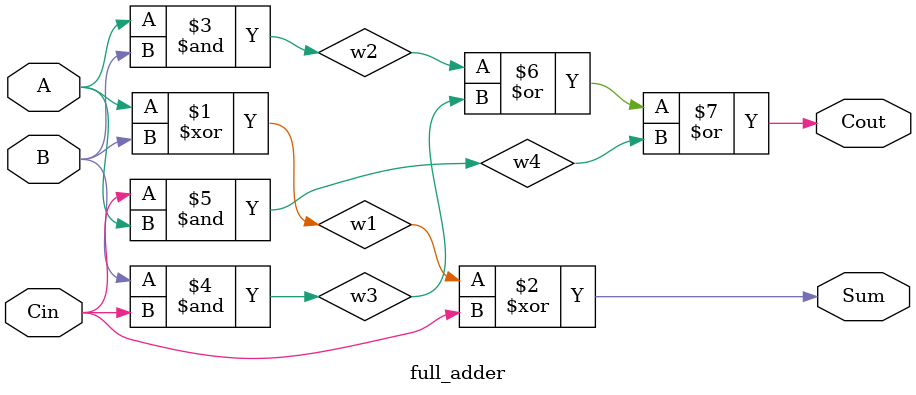
<source format=v>
/*--  *******************************************************
--  Computer Architecture Course, Laboratory Sources 
--  Amirkabir University of Technology (Tehran Polytechnic)
--  Department of Computer Engineering (CE-AUT)
--  https://ce[dot]aut[dot]ac[dot]ir
--  *******************************************************
--  All Rights reserved (C) 2019-2020
--  *******************************************************
--  Student ID  : 
--  Student Name: 
--  Student Mail: 
--  *******************************************************
--  Additional Comments:
--
--*/

/*-----------------------------------------------------------
---  Module Name: Full Adder Gate Level
---  Description: Lab 07 Part 1
-----------------------------------------------------------*/
`timescale 1 ns/1 ns

module full_adder (
	input A ,
	input B ,
	input Cin ,
	output Sum ,
	output Cout
);
 wire w1,w2,w3,w4;
 
  xor x1(w1,A,B);
  xor x2(Sum,w1,Cin);
  
  and a1(w2,A,B);
  and a2(w3,B,Cin);
  and a3(w4,Cin,A);
  
  or  o1(Cout,w2,w3,w4); 
  
  endmodule

</source>
